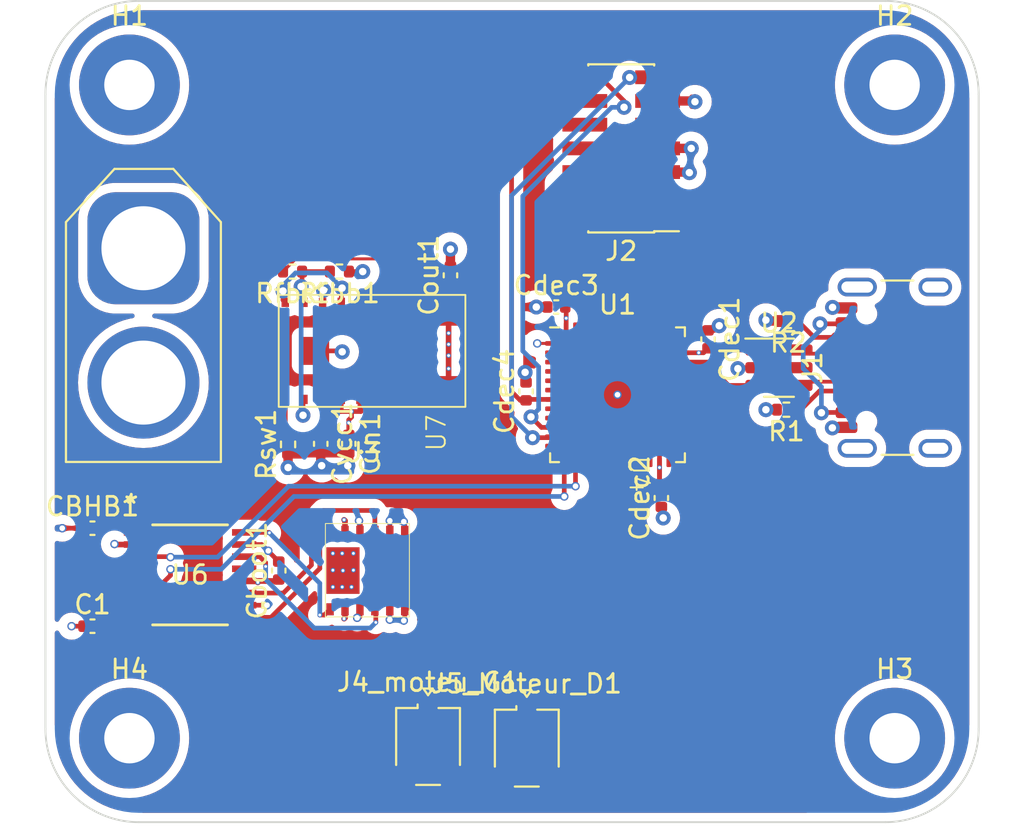
<source format=kicad_pcb>
(kicad_pcb (version 20240108) (generator "pcbnew") (generator_version "8.0")
  (layers (0 "F.Cu" signal) (1 "In1.Cu" signal "In1.Cu - GND") (2 "In2.Cu" signal "In2.Cu - Supply") (31 "B.Cu" signal) (34 "B.Paste" user) (35 "F.Paste" user) (36 "B.SilkS" user "B.Silkscreen") (37 "F.SilkS" user "F.Silkscreen") (38 "B.Mask" user) (39 "F.Mask" user) (44 "Edge.Cuts" user))
  (net 0 "")
  (net 1 "ISO_GND")
  (net 2 "Net-(U6-AHB)")
  (net 3 "Net-(U6-BHB)")
  (net 4 "Vin_15V")
  (net 5 "/Vout_3V3")
  (net 6 "/NRST")
  (net 7 "Net-(J1-SHIELD)")
  (net 8 "Net-(U4-Vcc)")
  (net 9 "/V_USB")
  (net 10 "Net-(J1-CC1)")
  (net 11 "/D+")
  (net 12 "/D-")
  (net 14 "Net-(J1-CC2)")
  (net 18 "/SWDIO")
  (net 19 "/SWDCK")
  (net 23 "/Usart2_Rx")
  (net 24 "/Usart2_Tx")
  (net 25 "Net-(U4-FB)")
  (net 26 "Net-(U4-FSW_1)")
  (net 35 "/APWM")
  (net 36 "/BPWM")
  (net 52 "/USB_DM")
  (net 53 "/USB_DP")
  (net 65 "Net-(U4-EN)")
  (net 70 "/AHO")
  (net 71 "/ALO")
  (net 73 "/BLO")
  (net 74 "/BHO")
  (net 75 "unconnected-(U2-GND-Pad2)")
  (footprint "Capacitor_SMD:C_0402_1005Metric" (layer "F.Cu") (at 92.52 73.25)
    (property "Reference" "CBHB1")
    (property "Value" "0.2u")
  )
  (footprint "MountingHole:MountingHole_2.7mm_M2.5_Pad" (layer "F.Cu") (at 135.5 84.5)
    (property "Reference" "H3")
    (property "Value" "MountingHole_Pad")
  )
  (footprint "Capacitor_SMD:C_0402_1005Metric" (layer "F.Cu") (at 111.7 59.7 90)
    (property "Reference" "Cout1")
    (property "Value" "47u")
  )
  (footprint "Capacitor_SMD:C_0402_1005Metric" (layer "F.Cu") (at 115.75 65.92 90)
    (property "Reference" "Cdec4")
    (property "Value" "100n")
  )
  (footprint "Resistor_SMD:R_0402_1005Metric" (layer "F.Cu") (at 103 68.76 90)
    (property "Reference" "Rsw1")
    (property "Value" "5.6K")
  )
  (footprint "Capacitor_SMD:C_0402_1005Metric" (layer "F.Cu") (at 123 71.63 90)
    (property "Reference" "Cdec2")
    (property "Value" "100n")
  )
  (footprint "Wurth_regulator_171013801:Wurth_171013801" (layer "F.Cu") (at 107.5 63.75 -90)
    (property "Reference" "U4")
    (property "Value" "~")
  )
  (footprint "Connector_JST:JST_ACH_BM01B-ACHSS-A-GAN-ETF_1x01-1MP_P1.20mm_Vertical" (layer "F.Cu") (at 110.5 84.994277)
    (property "Reference" "J4_moteu_G1")
    (property "Value" "Conn_01x01")
  )
  (footprint "MountingHole:MountingHole_2.7mm_M2.5_Pad" (layer "F.Cu") (at 94.5 84.5)
    (property "Reference" "H4")
    (property "Value" "MountingHole_Pad")
  )
  (footprint "Connector_PinHeader_1.27mm:PinHeader_2x07_P1.27mm_Vertical_SMD" (layer "F.Cu") (at 120.85 52.9 180)
    (property "Reference" "J2")
    (property "Value" "Conn_02x07_Odd_Even")
  )
  (footprint "Connector_USB:USB_C_Receptacle_GCT_USB4105-xx-A_16P_TopMnt_Horizontal" (layer "F.Cu") (at 136.6 64.65 90)
    (property "Reference" "J1")
    (property "Value" "USB_C_Receptacle_USB2.0_16P")
  )
  (footprint "Connector_AMASS:AMASS_XT60-F_1x02_P7.20mm_Vertical" (layer "F.Cu") (at 95.25 58.25 -90)
    (property "Reference" "J3")
    (property "Value" "Conn_01x02")
  )
  (footprint "MountingHole:MountingHole_2.7mm_M2.5_Pad" (layer "F.Cu") (at 135.5 49.5)
    (property "Reference" "H2")
    (property "Value" "MountingHole_Pad")
  )
  (footprint "Resistor_SMD:R_0402_1005Metric" (layer "F.Cu") (at 129.8 62.15 180)
    (property "Reference" "R2")
    (property "Value" "5.1K")
  )
  (footprint "Capacitor_SMD:C_0402_1005Metric" (layer "F.Cu") (at 106.25 68.73 -90)
    (property "Reference" "Cin1")
    (property "Value" "10u")
  )
  (footprint "NMOS_FDMQ86530L:NMOS_FDMQ86530L" (layer "F.Cu") (at 107.25 75.5 90)
    (property "Reference" "U7")
    (property "Value" "~")
  )
  (footprint "Resistor_SMD:R_0402_1005Metric" (layer "F.Cu") (at 103.24 59.5 180)
    (property "Reference" "Rfbt1")
    (property "Value" "402K")
  )
  (footprint "Capacitor_SMD:C_0402_1005Metric" (layer "F.Cu") (at 104.75 68.73 -90)
    (property "Reference" "Cvcc1")
    (property "Value" "1u")
  )
  (footprint "Package_TO_SOT_SMD:SOT-23-6" (layer "F.Cu") (at 129.3 64.65)
    (property "Reference" "U2")
    (property "Value" "USBLC6-2SC6")
  )
  (footprint "footprints:TSSOP16_TS_MCH_MIS" (layer "F.Cu") (at 97.75 75.75)
    (property "Reference" "U6")
    (property "Value" "MIC4606-2YTS-TR")
  )
  (footprint "MountingHole:MountingHole_2.7mm_M2.5_Pad" (layer "F.Cu") (at 94.5 49.5)
    (property "Reference" "H1")
    (property "Value" "MountingHole_Pad")
  )
  (footprint "Capacitor_SMD:C_0402_1005Metric" (layer "F.Cu") (at 125.5 63.13 -90)
    (property "Reference" "Cdec1")
    (property "Value" "4u7")
  )
  (footprint "Resistor_SMD:R_0402_1005Metric" (layer "F.Cu") (at 129.7 66.9 180)
    (property "Reference" "R1")
    (property "Value" "5.1K")
  )
  (footprint "Capacitor_SMD:C_0402_1005Metric" (layer "F.Cu") (at 102.5 75.52 90)
    (property "Reference" "Cboot1")
    (property "Value" "2u")
  )
  (footprint "Package_DFN_QFN:QFN-48-1EP_7x7mm_P0.5mm_EP5.6x5.6mm" (layer "F.Cu") (at 120.65 66.1)
    (property "Reference" "U1")
    (property "Value" "STM32G431CBUx")
  )
  (footprint "Resistor_SMD:R_0402_1005Metric" (layer "F.Cu") (at 105.75 59.5 180)
    (property "Reference" "Rfbb1")
    (property "Value" "137K")
  )
  (footprint "Capacitor_SMD:C_0402_1005Metric" (layer "F.Cu") (at 92.52 78.5)
    (property "Reference" "C1")
    (property "Value" "0.2u")
  )
  (footprint "Connector_JST:JST_ACH_BM01B-ACHSS-A-GAN-ETF_1x01-1MP_P1.20mm_Vertical" (layer "F.Cu") (at 115.79 85.08283)
    (property "Reference" "J5_Moteur_D1")
    (property "Value" "Conn_01x01")
  )
  (footprint "Capacitor_SMD:C_0402_1005Metric" (layer "F.Cu") (at 117.37 61.4)
    (property "Reference" "Cdec3")
    (property "Value" "100n")
  )
  (gr_arc (start 140 84) (mid 138.535534 87.535534) (end 135 89) (stroke (width 0.1)) (layer "Edge.Cuts"))
  (gr_line (start 135 45) (end 95 45) (stroke (width 0.1)) (layer "Edge.Cuts"))
  (gr_arc (start 135 45) (mid 138.535534 46.464466) (end 140 50) (stroke (width 0.1)) (layer "Edge.Cuts"))
  (gr_arc (start 90 50) (mid 91.464466 46.464466) (end 95 45) (stroke (width 0.1)) (layer "Edge.Cuts"))
  (gr_arc (start 95 89) (mid 91.464466 87.535534) (end 90 84) (stroke (width 0.1)) (layer "Edge.Cuts"))
  (gr_line (start 90 84) (end 90 50) (stroke (width 0.1)) (layer "Edge.Cuts"))
  (gr_line (start 140 84) (end 140 50) (stroke (width 0.1)) (layer "Edge.Cuts"))
  (gr_line (start 135 89) (end 95 89) (stroke (width 0.1)) (layer "Edge.Cuts"))
  (segment (start 106.26 59.5) (end 107 59.5) (width 0.25) (layer "F.Cu") (net 1))
  (segment (start 103 69.27) (end 103 70) (width 0.25) (layer "F.Cu") (net 1))
  (segment (start 109.2 72.9) (end 109.2 72.8) (width 0.25) (layer "F.Cu") (net 1))
  (segment (start 115.75 64.95) (end 115.7 64.9) (width 0.25) (layer "F.Cu") (net 1))
  (segment (start 101.931142 74.47) (end 101.940679 74.460463) (width 0.25) (layer "F.Cu") (net 1))
  (segment (start 107.774 76.27) (end 106.85 77.194) (width 0.16) (layer "F.Cu") (net 1))
  (segment (start 108.359 74.77) (end 107.774 74.77) (width 0.16) (layer "F.Cu") (net 1))
  (segment (start 110.5 76.3) (end 110.2 76.3) (width 0.25) (layer "F.Cu") (net 1))
  (segment (start 110.17 76.27) (end 108.359 76.27) (width 0.25) (layer "F.Cu") (net 1))
  (segment (start 108.359 76.27) (end 107.774 76.27) (width 0.16) (layer "F.Cu") (net 1))
  (segment (start 111.7 58.3) (end 111.7 59.22) (width 0.3) (layer "F.Cu") (net 1))
  (segment (start 108.4 78.2) (end 108.45 78.15) (width 0.25) (layer "F.Cu") (net 1))
  (segment (start 104.75 69.85) (end 104.8 69.9) (width 0.25) (layer "F.Cu") (net 1))
  (segment (start 100.64895 77.375001) (end 101.875001 77.375001) (width 0.25) (layer "F.Cu") (net 1))
  (segment (start 115.79 79.39) (end 111.17 74.77) (width 0.25) (layer "F.Cu") (net 1))
  (segment (start 124.47 54.17) (end 124.5 54.2) (width 0.25) (layer "F.Cu") (net 1))
  (segment (start 109.25 73.445) (end 109.25 72.95) (width 0.25) (layer "F.Cu") (net 1))
  (segment (start 129.2 62.2) (end 129.25 62.15) (width 0.25) (layer "F.Cu") (net 1))
  (segment (start 106.25 69.21) (end 106.25 69.85) (width 0.25) (layer "F.Cu") (net 1))
  (segment (start 111.17 74.77) (end 108.359 74.77) (width 0.25) (layer "F.Cu") (net 1))
  (segment (start 101.585002 74.125002) (end 101.93 74.47) (width 0.25) (layer "F.Cu") (net 1))
  (segment (start 104.85 60.55) (end 104.9 60.5) (width 0.25) (layer "F.Cu") (net 1))
  (segment (start 120.65 66.1) (end 120.7 66.1) (width 0.25) (layer "F.Cu") (net 1))
  (segment (start 106.85 77.194) (end 106.85 77.595) (width 0.16) (layer "F.Cu") (net 1))
  (segment (start 104.75 69.21) (end 104.75 69.85) (width 0.25) (layer "F.Cu") (net 1))
  (segment (start 92.04 73.25) (end 90.9 73.25) (width 0.25) (layer "F.Cu") (net 1))
  (segment (start 110.2 76.3) (end 110.17 76.27) (width 0.25) (layer "F.Cu") (net 1))
  (segment (start 108.45 77.595) (end 108.45 78.15) (width 0.25) (layer "F.Cu") (net 1))
  (segment (start 106.25 69.85) (end 106.2 69.9) (width 0.25) (layer "F.Cu") (net 1))
  (segment (start 123 72.11) (end 123 72.6) (width 0.25) (layer "F.Cu") (net 1))
  (segment (start 122.8 54.17) (end 124.47 54.17) (width 0.25) (layer "F.Cu") (net 1))
  (segment (start 108.45 73.445) (end 108.45 72.85) (width 0.25) (layer "F.Cu") (net 1))
  (segment (start 109.25 77.595) (end 109.25 78.25) (width 0.25) (layer "F.Cu") (net 1))
  (segment (start 116.89 61.4) (end 116.3 61.4) (width 0.25) (layer "F.Cu") (net 1))
  (segment (start 115.75 65.44) (end 115.75 64.95) (width 0.25) (layer "F.Cu") (net 1))
  (segment (start 106.85 72.9) (end 106.8 72.85) (width 0.3) (layer "F.Cu") (net 1))
  (segment (start 122.8 52.9) (end 124.6 52.9) (width 0.25) (layer "F.Cu") (net 1))
  (segment (start 129.29 62.15) (end 128.65 62.15) (width 0.25) (layer "F.Cu") (net 1))
  (segment (start 106.85 73.445) (end 106.85 72.9) (width 0.3) (layer "F.Cu") (net 1))
  (segment (start 101.93 74.47) (end 102.5 75.04) (width 0.25) (layer "F.Cu") (net 1))
  (segment (start 106.85 78) (end 106.7 78.15) (width 0.25) (layer "F.Cu") (net 1))
  (segment (start 110.5 83.119277) (end 110.5 76.3) (width 0.25) (layer "F.Cu") (net 1))
  (segment (start 106.85 73.846) (end 106.85 73.445) (width 0.16) (layer "F.Cu") (net 1))
  (segment (start 108.4 72.8) (end 108.45 72.85) (width 0.25) (layer "F.Cu") (net 1))
  (segment (start 125.85 62.65) (end 126.1 62.4) (width 0.25) (layer "F.Cu") (net 1))
  (segment (start 129.19 66.9) (end 128.6 66.9) (width 0.25) (layer "F.Cu") (net 1))
  (segment (start 104.45 63.75) (end 105.85 63.75) (width 0.25) (layer "F.Cu") (net 1))
  (segment (start 104.85 61.15) (end 104.85 60.55) (width 0.25) (layer "F.Cu") (net 1))
  (segment (start 101.93 74.47) (end 101.931142 74.47) (width 0.25) (layer "F.Cu") (net 1))
  (segment (start 123 72.6) (end 123.1 72.7) (width 0.25) (layer "F.Cu") (net 1))
  (segment (start 122.8 50.36) (end 124.76 50.36) (width 0.25) (layer "F.Cu") (net 1))
  (segment (start 106.7 78.15) (end 106.7 78.05) (width 0.25) (layer "F.Cu") (net 1))
  (segment (start 109.25 78.25) (end 109.2 78.2) (width 0.25) (layer "F.Cu") (net 1))
  (segment (start 128.65 62.15) (end 128.6 62.1) (width 0.25) (layer "F.Cu") (net 1))
  (segment (start 105.85 63.75) (end 105.9 63.8) (width 0.25) (layer "F.Cu") (net 1))
  (segment (start 101.9 77.4) (end 101.875001 77.375001) (width 0.25) (layer "F.Cu") (net 1))
  (segment (start 100.64895 74.125002) (end 101.585002 74.125002) (width 0.25) (layer "F.Cu") (net 1))
  (segment (start 107.774 74.77) (end 106.85 73.846) (width 0.16) (layer "F.Cu") (net 1))
  (segment (start 115.79 83.20783) (end 115.79 79.39) (width 0.25) (layer "F.Cu") (net 1))
  (segment (start 124.76 50.36) (end 124.8 50.4) (width 0.25) (layer "F.Cu") (net 1))
  (segment (start 92.04 78.5) (end 91.4 78.5) (width 0.25) (layer "F.Cu") (net 1))
  (segment (start 109.25 72.95) (end 109.2 72.9) (width 0.25) (layer "F.Cu") (net 1))
  (segment (start 125.5 62.65) (end 125.85 62.65) (width 0.25) (layer "F.Cu") (net 1))
  (segment (start 91.35 73.25) (end 90.9 73.25) (width 0.25) (layer "F.Cu") (net 1))
  (segment (start 106.85 77.595) (end 106.85 78) (width 0.25) (layer "F.Cu") (net 1))
  (via (at 120.65 66.1) (size 0.45) (drill 0.3) (layers "F.Cu" "B.Cu") (net 1))
  (via (at 116.3 61.4) (size 0.8) (drill 0.4) (layers "F.Cu" "B.Cu") (net 1))
  (via (at 106.7 78.05) (size 0.45) (drill 0.3) (layers "F.Cu" "B.Cu") (net 1))
  (via (at 104.8 69.9) (size 0.8) (drill 0.4) (layers "F.Cu" "B.Cu") (net 1))
  (via (at 109.2 78.2) (size 0.45) (drill 0.3) (layers "F.Cu" "B.Cu") (net 1))
  (via (at 90.9 73.25) (size 0.45) (drill 0.3) (layers "F.Cu" "B.Cu") (net 1))
  (via (at 108.45 72.85) (size 0.45) (drill 0.3) (layers "F.Cu" "B.Cu") (net 1))
  (via (at 105.9 63.8) (size 0.8) (drill 0.4) (layers "F.Cu" "B.Cu") (net 1))
  (via (at 101.875001 77.375001) (size 0.45) (drill 0.3) (layers "F.Cu" "B.Cu") (net 1))
  (via (at 91.4 78.5) (size 0.45) (drill 0.3) (layers "F.Cu" "B.Cu") (net 1))
  (via (at 106.2 69.9) (size 0.8) (drill 0.4) (layers "F.Cu" "B.Cu") (net 1))
  (via (at 115.7 64.9) (size 0.8) (drill 0.4) (layers "F.Cu" "B.Cu") (net 1))
  (via (at 128.6 66.9) (size 0.8) (drill 0.4) (layers "F.Cu" "B.Cu") (net 1))
  (via (at 104.9 60.5) (size 0.8) (drill 0.4) (layers "F.Cu" "B.Cu") (net 1))
  (via (at 111.7 58.3) (size 0.8) (drill 0.4) (layers "F.Cu" "B.Cu") (net 1))
  (via (at 108.45 78.15) (size 0.45) (drill 0.3) (layers "F.Cu" "B.Cu") (net 1))
  (via (at 123.1 72.7) (size 0.8) (drill 0.4) (layers "F.Cu" "B.Cu") (net 1))
  (via (at 109.2 72.9) (size 0.45) (drill 0.3) (layers "F.Cu" "B.Cu") (net 1))
  (via (at 126.1 62.4) (size 0.8) (drill 0.4) (layers "F.Cu" "B.Cu") (net 1))
  (via (at 107 59.5) (size 0.8) (drill 0.4) (layers "F.Cu" "B.Cu") (net 1))
  (via (at 124.8 50.4) (size 0.8) (drill 0.4) (layers "F.Cu" "B.Cu") (net 1))
  (via (at 124.6 52.9) (size 0.8) (drill 0.4) (layers "F.Cu" "B.Cu") (net 1))
  (via (at 124.5 54.2) (size 0.8) (drill 0.4) (layers "F.Cu" "B.Cu") (net 1))
  (via (at 103 70) (size 0.8) (drill 0.4) (layers "F.Cu" "B.Cu") (net 1))
  (via (at 128.6 62.1) (size 0.8) (drill 0.4) (layers "F.Cu" "B.Cu") (net 1))
  (via (at 106.8 72.85) (size 0.45) (drill 0.3) (layers "F.Cu" "B.Cu") (net 1))
  (via (at 101.940679 74.460463) (size 0.45) (drill 0.3) (layers "F.Cu" "B.Cu") (net 1))
  (segment (start 94.376049 78.5) (end 94.85105 78.024999) (width 0.25) (layer "F.Cu") (net 2))
  (segment (start 93 78.5) (end 94.376049 78.5) (width 0.25) (layer "F.Cu") (net 2))
  (segment (start 93 73.25) (end 94.626049 73.25) (width 0.25) (layer "F.Cu") (net 3))
  (segment (start 94.626049 73.25) (end 94.85105 73.475001) (width 0.25) (layer "F.Cu") (net 3))
  (segment (start 106.05 73.445) (end 106.05 72.85) (width 0.3) (layer "F.Cu") (net 4))
  (segment (start 106.05 78.05) (end 106 78.1) (width 0.3) (layer "F.Cu") (net 4))
  (segment (start 106.05 77.595) (end 106.05 78.05) (width 0.3) (layer "F.Cu") (net 4))
  (segment (start 105.94 75.94) (end 106.4 76.4) (width 0.16) (layer "F.Cu") (net 4))
  (segment (start 105.94 75.86) (end 105.4 76.4) (width 0.16) (layer "F.Cu") (net 4))
  (segment (start 105.42 75.52) (end 105.4 75.5) (width 0.16) (layer "F.Cu") (net 4))
  (segment (start 105.94 75.52) (end 105.94 76.36) (width 0.16) (layer "F.Cu") (net 4))
  (segment (start 100.64895 76.075001) (end 101.8 76.075001) (width 0.3) (layer "F.Cu") (net 4))
  (segment (start 105.94 75.52) (end 105.94 74.64) (width 0.16) (layer "F.Cu") (net 4))
  (segment (start 106.9 66.9) (end 106.85 66.85) (width 0.25) (layer "F.Cu") (net 4))
  (segment (start 106.85 66.85) (end 106.85 66.35) (width 0.25) (layer "F.Cu") (net 4))
  (segment (start 106.05 72.85) (end 106 72.8) (width 0.3) (layer "F.Cu") (net 4))
  (segment (start 105.94 75.52) (end 105.94 75.94) (width 0.16) (layer "F.Cu") (net 4))
  (segment (start 101.8 76.075001) (end 101.461659 76.075001) (width 0.3) (layer "F.Cu") (net 4))
  (segment (start 105.85 66.95) (end 105.8 67) (width 0.25) (layer "F.Cu") (net 4))
  (segment (start 102.424999 76.075001) (end 102.5 76) (width 0.3) (layer "F.Cu") (net 4))
  (segment (start 101.461659 76.075001) (end 101.378652 76.158008) (width 0.3) (layer "F.Cu") (net 4))
  (segment (start 105.94 75.52) (end 105.94 75.14) (width 0.16) (layer "F.Cu") (net 4))
  (segment (start 105.94 75.52) (end 105.42 75.52) (width 0.16) (layer "F.Cu") (net 4))
  (segment (start 105.94 75.16) (end 106.5 74.6) (width 0.16) (layer "F.Cu") (net 4))
  (segment (start 105.8 67) (end 106.4 67) (width 0.25) (layer "F.Cu") (net 4))
  (segment (start 101.8 76.075001) (end 102.424999 76.075001) (width 0.3) (layer "F.Cu") (net 4))
  (segment (start 106.4 67) (end 106.9 67) (width 0.25) (layer "F.Cu") (net 4))
  (segment (start 105.94 74.64) (end 105.9 74.6) (width 0.16) (layer "F.Cu") (net 4))
  (segment (start 105.94 75.14) (end 105.4 74.6) (width 0.16) (layer "F.Cu") (net 4))
  (segment (start 106.4 67.3) (end 106.25 67.45) (width 0.25) (layer "F.Cu") (net 4))
  (segment (start 106.9 67) (end 106.9 66.9) (width 0.25) (layer "F.Cu") (net 4))
  (segment (start 105.94 75.52) (end 106.48 75.52) (width 0.16) (layer "F.Cu") (net 4))
  (segment (start 93.724999 74.124999) (end 93.7 74.1) (width 0.3) (layer "F.Cu") (net 4))
  (segment (start 106.4 67) (end 106.4 67.3) (width 0.25) (layer "F.Cu") (net 4))
  (segment (start 94.85105 74.124999) (end 93.724999 74.124999) (width 0.3) (layer "F.Cu") (net 4))
  (segment (start 105.94 76.36) (end 105.9 76.4) (width 0.16) (layer "F.Cu") (net 4))
  (segment (start 106.48 75.52) (end 106.5 75.5) (width 0.16) (layer "F.Cu") (net 4))
  (segment (start 106.25 67.45) (end 106.25 68.25) (width 0.25) (layer "F.Cu") (net 4))
  (segment (start 105.94 75.52) (end 105.94 75.16) (width 0.16) (layer "F.Cu") (net 4))
  (segment (start 105.94 75.52) (end 105.94 75.86) (width 0.16) (layer "F.Cu") (net 4))
  (segment (start 105.85 66.35) (end 105.85 66.95) (width 0.25) (layer "F.Cu") (net 4))
  (via (at 105.9 74.6) (size 0.25) (drill 0.15) (layers "F.Cu" "B.Cu") (net 4))
  (via (at 106.5 74.6) (size 0.25) (drill 0.15) (layers "F.Cu" "B.Cu") (net 4))
  (via (at 105.4 74.6) (size 0.25) (drill 0.15) (layers "F.Cu" "B.Cu") (net 4))
  (via (at 105.4 75.5) (size 0.25) (drill 0.15) (layers "F.Cu" "B.Cu") (net 4))
  (via (at 106 72.8) (size 0.25) (drill 0.15) (layers "F.Cu" "B.Cu") (net 4))
  (via (at 106 78.1) (size 0.25) (drill 0.15) (layers "F.Cu" "B.Cu") (net 4))
  (via (at 101.378652 76.158008) (size 0.25) (drill 0.15) (layers "F.Cu" "B.Cu") (net 4))
  (via (at 106.5 75.5) (size 0.25) (drill 0.15) (layers "F.Cu" "B.Cu") (net 4))
  (via (at 105.4 76.4) (size 0.25) (drill 0.15) (layers "F.Cu" "B.Cu") (net 4))
  (via (at 106.4 67) (size 0.25) (drill 0.15) (layers "F.Cu" "B.Cu") (net 4))
  (via (at 106.4 76.4) (size 0.25) (drill 0.15) (layers "F.Cu" "B.Cu") (net 4))
  (via (at 93.7 74.1) (size 0.45) (drill 0.3) (layers "F.Cu" "B.Cu") (net 4))
  (via (at 105.9 76.4) (size 0.25) (drill 0.15) (layers "F.Cu" "B.Cu") (net 4))
  (via (at 105.94 75.52) (size 0.25) (drill 0.15) (layers "F.Cu" "B.Cu") (net 4))
  (via (at 106.25 67.6) (size 0.25) (drill 0.15) (layers "F.Cu" "B.Cu") (net 4))
  (segment (start 102.73 59.5) (end 103.41 58.82) (width 0.16) (layer "F.Cu") (net 5))
  (segment (start 110.34 58.82) (end 111.7 60.18) (width 0.16) (layer "F.Cu") (net 5))
  (segment (start 122.9 70) (end 122.9 71) (width 0.25) (layer "F.Cu") (net 5))
  (segment (start 111.7 61.55) (end 111.6 61.65) (width 0.16) (layer "F.Cu") (net 5))
  (segment (start 111.6 65.85) (end 111.6 61.65) (width 0.3) (layer "F.Cu") (net 5))
  (segment (start 125.26 63.85) (end 125.5 63.61) (width 0.25) (layer "F.Cu") (net 5))
  (segment (start 122.9 71.05) (end 123 71.15) (width 0.25) (layer "F.Cu") (net 5))
  (segment (start 124.0875 63.85) (end 125.26 63.85) (width 0.25) (layer "F.Cu") (net 5))
  (segment (start 117.9 62.6625) (end 117.9 62) (width 0.25) (layer "F.Cu") (net 5))
  (segment (start 117.9 61.45) (end 117.85 61.4) (width 0.25) (layer "F.Cu") (net 5))
  (segment (start 122.9 69.5375) (end 122.9 70) (width 0.25) (layer "F.Cu") (net 5))
  (segment (start 122.9 70) (end 122.9 71.05) (width 0.25) (layer "F.Cu") (net 5))
  (segment (start 117.2125 63.35) (end 116.35 63.35) (width 0.16) (layer "F.Cu") (net 5))
  (segment (start 103.41 58.82) (end 110.34 58.82) (width 0.16) (layer "F.Cu") (net 5))
  (segment (start 111.7 60.18) (end 111.7 61.55) (width 0.16) (layer "F.Cu") (net 5))
  (segment (start 117.9 62) (end 117.9 61.45) (width 0.25) (layer "F.Cu") (net 5))
  (segment (start 116.35 63.35) (end 116.3 63.4) (width 0.16) (layer "F.Cu") (net 5))
  (via (at 111.6 63.4) (size 0.25) (drill 0.15) (layers "F.Cu" "B.Cu") (net 5))
  (via (at 122.9 70) (size 0.25) (drill 0.15) (layers "F.Cu" "B.Cu") (net 5))
  (via (at 111.6 64) (size 0.25) (drill 0.15) (layers "F.Cu" "B.Cu") (net 5))
  (via (at 111.6 64.7) (size 0.25) (drill 0.15) (layers "F.Cu" "B.Cu") (net 5))
  (via (at 111.6 62.8) (size 0.25) (drill 0.15) (layers "F.Cu" "B.Cu") (net 5))
  (via (at 117.9 62) (size 0.25) (drill 0.15) (layers "F.Cu" "B.Cu") (net 5))
  (via (at 116.35 63.35) (size 0.45) (drill 0.3) (layers "F.Cu" "B.Cu") (net 5))
  (via (at 125 63.85) (size 0.25) (drill 0.15) (layers "F.Cu" "B.Cu") (net 5))
  (segment (start 114.975 53.455) (end 114.975 65.934999) (width 0.25) (layer "F.Cu") (net 6))
  (segment (start 118.07 50.36) (end 114.975 53.455) (width 0.25) (layer "F.Cu") (net 6))
  (segment (start 115.440001 66.4) (end 115.75 66.4) (width 0.25) (layer "F.Cu") (net 6))
  (segment (start 114.975 65.934999) (end 115.440001 66.4) (width 0.25) (layer "F.Cu") (net 6))
  (segment (start 117.2125 66.35) (end 115.8 66.35) (width 0.25) (layer "F.Cu") (net 6))
  (segment (start 118.9 50.36) (end 118.07 50.36) (width 0.25) (layer "F.Cu") (net 6))
  (segment (start 115.8 66.35) (end 115.75 66.4) (width 0.25) (layer "F.Cu") (net 6))
  (segment (start 132.92 67.85) (end 132.186142 67.85) (width 0.25) (layer "F.Cu") (net 7))
  (segment (start 132.202163 61.45) (end 132.1722 61.420037) (width 0.25) (layer "F.Cu") (net 7))
  (segment (start 132.186142 67.85) (end 132.161541 67.874601) (width 0.25) (layer "F.Cu") (net 7))
  (segment (start 132.92 61.45) (end 132.202163 61.45) (width 0.25) (layer "F.Cu") (net 7))
  (via (at 132.1722 61.420037) (size 0.8) (drill 0.4) (layers "F.Cu" "B.Cu") (net 7))
  (via (at 132.161541 67.874601) (size 0.8) (drill 0.4) (layers "F.Cu" "B.Cu") (net 7))
  (segment (start 104.85 66.35) (end 104.85 68.15) (width 0.25) (layer "F.Cu") (net 8))
  (segment (start 104.85 68.15) (end 104.75 68.25) (width 0.25) (layer "F.Cu") (net 8))
  (segment (start 131.589569 67.05) (end 131.574603 67.064966) (width 0.25) (layer "F.Cu") (net 9))
  (segment (start 132.87 62.3) (end 132.92 62.25) (width 0.25) (layer "F.Cu") (net 9))
  (segment (start 132.92 67.05) (end 131.589569 67.05) (width 0.25) (layer "F.Cu") (net 9))
  (segment (start 131.5 62.3) (end 132.87 62.3) (width 0.25) (layer "F.Cu") (net 9))
  (via (at 131.5 62.3) (size 0.8) (drill 0.4) (layers "F.Cu" "B.Cu") (net 9))
  (via (at 131.574603 67.064966) (size 0.8) (drill 0.4) (layers "F.Cu" "B.Cu") (net 9))
  (segment (start 130.6 64.7) (end 130.6 63.554859) (width 0.25) (layer "B.Cu") (net 9))
  (segment (start 131.5 62.654859) (end 131.5 62.3) (width 0.25) (layer "B.Cu") (net 9))
  (segment (start 131.574603 67.064966) (end 131.574603 65.674603) (width 0.25) (layer "B.Cu") (net 9))
  (segment (start 131.574603 65.674603) (end 130.6 64.7) (width 0.25) (layer "B.Cu") (net 9))
  (segment (start 130.6 63.554859) (end 131.5 62.654859) (width 0.25) (layer "B.Cu") (net 9))
  (segment (start 132.92 65.9) (end 131.475908 65.9) (width 0.25) (layer "F.Cu") (net 10))
  (segment (start 130.475908 66.9) (end 130.21 66.9) (width 0.25) (layer "F.Cu") (net 10))
  (segment (start 131.475908 65.9) (end 130.475908 66.9) (width 0.25) (layer "F.Cu") (net 10))
  (segment (start 132.3 63.9) (end 132.92 63.9) (width 0.2) (layer "F.Cu") (net 11))
  (segment (start 132.92 63.9) (end 130.9375 63.9) (width 0.2) (layer "F.Cu") (net 11))
  (segment (start 132 64.58741) (end 132 64.2) (width 0.2) (layer "F.Cu") (net 11))
  (segment (start 132.92 64.9) (end 132.31259 64.9) (width 0.2) (layer "F.Cu") (net 11))
  (segment (start 132.31259 64.9) (end 132 64.58741) (width 0.2) (layer "F.Cu") (net 11))
  (segment (start 132 64.2) (end 132.3 63.9) (width 0.2) (layer "F.Cu") (net 11))
  (segment (start 130.9375 63.9) (end 130.7375 63.7) (width 0.2) (layer "F.Cu") (net 11))
  (segment (start 133.52741 65.4) (end 132.92 65.4) (width 0.2) (layer "F.Cu") (net 12))
  (segment (start 132.92 65.4) (end 130.9375 65.4) (width 0.2) (layer "F.Cu") (net 12))
  (segment (start 133.795 64.66759) (end 133.795 65.13241) (width 0.2) (layer "F.Cu") (net 12))
  (segment (start 133.52741 64.4) (end 133.795 64.66759) (width 0.2) (layer "F.Cu") (net 12))
  (segment (start 133.795 65.13241) (end 133.52741 65.4) (width 0.2) (layer "F.Cu") (net 12))
  (segment (start 130.9375 65.4) (end 130.7375 65.6) (width 0.2) (layer "F.Cu") (net 12))
  (segment (start 132.92 64.4) (end 133.52741 64.4) (width 0.2) (layer "F.Cu") (net 12))
  (segment (start 130.31 62.15) (end 131.185 63.025) (width 0.25) (layer "F.Cu") (net 14))
  (segment (start 131.185 63.025) (end 132.152236 63.025) (width 0.25) (layer "F.Cu") (net 14))
  (segment (start 132.277236 62.9) (end 132.92 62.9) (width 0.25) (layer "F.Cu") (net 14))
  (segment (start 132.152236 63.025) (end 132.277236 62.9) (width 0.25) (layer "F.Cu") (net 14))
  (segment (start 124.0875 63.35) (end 124.0875 61.0675) (width 0.25) (layer "F.Cu") (net 18))
  (segment (start 120.425 56.015) (end 119.85 55.44) (width 0.25) (layer "F.Cu") (net 18))
  (segment (start 120.425 57.405) (end 120.425 56.015) (width 0.25) (layer "F.Cu") (net 18))
  (segment (start 124.0875 61.0675) (end 120.425 57.405) (width 0.25) (layer "F.Cu") (net 18))
  (segment (start 119.85 55.44) (end 118.9 55.44) (width 0.25) (layer "F.Cu") (net 18))
  (segment (start 117.375 57.405) (end 117.375 54.745) (width 0.25) (layer "F.Cu") (net 19))
  (segment (start 120.986396 61.016396) (end 117.375 57.405) (width 0.25) (layer "F.Cu") (net 19))
  (segment (start 117.375 54.745) (end 117.95 54.17) (width 0.25) (layer "F.Cu") (net 19))
  (segment (start 123.4 61.016396) (end 120.986396 61.016396) (width 0.25) (layer "F.Cu") (net 19))
  (segment (start 123.4 62.6625) (end 123.4 61.016396) (width 0.25) (layer "F.Cu") (net 19))
  (segment (start 117.95 54.17) (end 118.9 54.17) (width 0.25) (layer "F.Cu") (net 19))
  (segment (start 117.1625 68.4) (end 117.2125 68.35) (width 0.25) (layer "F.Cu") (net 23))
  (segment (start 122.8 49.09) (end 121.31 49.09) (width 0.25) (layer "F.Cu") (net 23))
  (segment (start 116.1 68.4) (end 117.1625 68.4) (width 0.25) (layer "F.Cu") (net 23))
  (segment (start 121.31 49.09) (end 121.3 49.1) (width 0.25) (layer "F.Cu") (net 23))
  (via (at 121.3 49.1) (size 0.8) (drill 0.4) (layers "F.Cu" "B.Cu") (net 23))
  (via (at 116.1 68.4) (size 0.8) (drill 0.4) (layers "F.Cu" "B.Cu") (net 23))
  (segment (start 121.3 49.1) (end 114.975 55.425) (width 0.25) (layer "B.Cu") (net 23))
  (segment (start 114.975 67.275) (end 116.1 68.4) (width 0.25) (layer "B.Cu") (net 23))
  (segment (start 114.975 55.425) (end 114.975 67.275) (width 0.25) (layer "B.Cu") (net 23))
  (segment (start 118.9 49.09) (end 118.07 49.09) (width 0.25) (layer "F.Cu") (net 24))
  (segment (start 119.73 49.09) (end 121 50.36) (width 0.25) (layer "F.Cu") (net 24))
  (segment (start 116.012653 67.287347) (end 116.575306 67.85) (width 0.25) (layer "F.Cu") (net 24))
  (segment (start 116.575306 67.85) (end 117.2125 67.85) (width 0.25) (layer "F.Cu") (net 24))
  (segment (start 118.9 49.09) (end 119.73 49.09) (width 0.25) (layer "F.Cu") (net 24))
  (segment (start 121 50.36) (end 121 50.7) (width 0.25) (layer "F.Cu") (net 24))
  (via (at 116.012653 67.287347) (size 0.8) (drill 0.4) (layers "F.Cu" "B.Cu") (net 24))
  (via (at 121 50.7) (size 0.8) (drill 0.4) (layers "F.Cu" "B.Cu") (net 24))
  (segment (start 116.425 64.599695) (end 116.425 66.875) (width 0.25) (layer "B.Cu") (net 24))
  (segment (start 121 50.7) (end 120.336396 50.7) (width 0.25) (layer "B.Cu") (net 24))
  (segment (start 115.618198 55.418198) (end 115.575 55.461396) (width 0.25) (layer "B.Cu") (net 24))
  (segment (start 120.336396 50.7) (end 115.618198 55.418198) (width 0.25) (layer "B.Cu") (net 24))
  (segment (start 116.425 66.875) (end 116.012653 67.287347) (width 0.25) (layer "B.Cu") (net 24))
  (segment (start 115.575 55.461396) (end 115.575 63.749695) (width 0.25) (layer "B.Cu") (net 24))
  (segment (start 115.575 63.749695) (end 116.425 64.599695) (width 0.25) (layer "B.Cu") (net 24))
  (segment (start 103.75 60.25) (end 103.7 60.3) (width 0.25) (layer "F.Cu") (net 25))
  (segment (start 103.8 66.4) (end 103.85 66.35) (width 0.25) (layer "F.Cu") (net 25))
  (segment (start 103.75 59.5) (end 103.75 60.25) (width 0.25) (layer "F.Cu") (net 25))
  (segment (start 105.24 59.5) (end 103.75 59.5) (width 0.25) (layer "F.Cu") (net 25))
  (segment (start 103.8 67.2) (end 103.8 66.4) (width 0.25) (layer "F.Cu") (net 25))
  (via (at 103.8 67.2) (size 0.8) (drill 0.4) (layers "F.Cu" "B.Cu") (net 25))
  (via (at 103.7 60.3) (size 0.8) (drill 0.4) (layers "F.Cu" "B.Cu") (net 25))
  (segment (start 103.7 60.3) (end 103.7 67.1) (width 0.25) (layer "B.Cu") (net 25))
  (segment (start 103.7 67.1) (end 103.8 67.2) (width 0.25) (layer "B.Cu") (net 25))
  (segment (start 102.85 68.1) (end 103 68.25) (width 0.25) (layer "F.Cu") (net 26))
  (segment (start 102.85 66.35) (end 102.85 68.1) (width 0.25) (layer "F.Cu") (net 26))
  (segment (start 117.796488 69.641012) (end 117.9 69.5375) (width 0.25) (layer "F.Cu") (net 35))
  (segment (start 117.796488 71.55) (end 117.796488 69.641012) (width 0.25) (layer "F.Cu") (net 35))
  (segment (start 95.752099 76.724999) (end 96.7 75.777098) (width 0.25) (layer "F.Cu") (net 35))
  (segment (start 94.85105 76.724999) (end 95.752099 76.724999) (width 0.25) (layer "F.Cu") (net 35))
  (segment (start 96.7 75.777098) (end 96.7 75.450003) (width 0.25) (layer "F.Cu") (net 35))
  (via (at 96.7 75.450003) (size 0.45) (drill 0.3) (layers "F.Cu" "B.Cu") (net 35))
  (via (at 117.796488 71.55) (size 0.45) (drill 0.3) (layers "F.Cu" "B.Cu") (net 35))
  (segment (start 99.413601 75.450003) (end 103.313604 71.55) (width 0.25) (layer "B.Cu") (net 35))
  (segment (start 103.313604 71.55) (end 117.796488 71.55) (width 0.25) (layer "B.Cu") (net 35))
  (segment (start 96.7 75.450003) (end 99.413601 75.450003) (width 0.25) (layer "B.Cu") (net 35))
  (segment (start 94.85105 74.775001) (end 96.675001 74.775001) (width 0.25) (layer "F.Cu") (net 36))
  (segment (start 118.4 71) (end 118.4 69.5375) (width 0.25) (layer "F.Cu") (net 36))
  (segment (start 96.675001 74.775001) (end 96.7 74.8) (width 0.25) (layer "F.Cu") (net 36))
  (via (at 96.7 74.8) (size 0.45) (drill 0.3) (layers "F.Cu" "B.Cu") (net 36))
  (via (at 118.4 71) (size 0.45) (drill 0.3) (layers "F.Cu" "B.Cu") (net 36))
  (segment (start 99.225305 74.8) (end 103.025305 71) (width 0.25) (layer "B.Cu") (net 36))
  (segment (start 103.025305 71) (end 118.4 71) (width 0.25) (layer "B.Cu") (net 36))
  (segment (start 96.7 74.8) (end 99.225305 74.8) (width 0.25) (layer "B.Cu") (net 36))
  (segment (start 125.85 64.85) (end 124.0875 64.85) (width 0.25) (layer "F.Cu") (net 52))
  (segment (start 128.1625 65.6) (end 126.6 65.6) (width 0.25) (layer "F.Cu") (net 52))
  (segment (start 126.6 65.6) (end 125.85 64.85) (width 0.25) (layer "F.Cu") (net 52))
  (segment (start 128.1625 63.7) (end 126.38149 63.7) (width 0.25) (layer "F.Cu") (net 53))
  (segment (start 126.38149 63.7) (end 125.73149 64.35) (width 0.25) (layer "F.Cu") (net 53))
  (segment (start 125.73149 64.35) (end 124.0875 64.35) (width 0.25) (layer "F.Cu") (net 53))
  (segment (start 102.729855 60.542537) (end 102.729855 61.029855) (width 0.25) (layer "F.Cu") (net 65))
  (segment (start 105.85 61.15) (end 105.85 60.428201) (width 0.25) (layer "F.Cu") (net 65))
  (segment (start 105.85 60.428201) (end 105.893349 60.384852) (width 0.25) (layer "F.Cu") (net 65))
  (segment (start 102.729855 61.029855) (end 102.85 61.15) (width 0.25) (layer "F.Cu") (net 65))
  (via (at 105.893349 60.384852) (size 0.8) (drill 0.4) (layers "F.Cu" "B.Cu") (net 65))
  (via (at 102.729855 60.542537) (size 0.8) (drill 0.4) (layers "F.Cu" "B.Cu") (net 65))
  (segment (start 105.083497 59.575) (end 103.399695 59.575) (width 0.25) (layer "B.Cu") (net 65))
  (segment (start 103.399695 59.575) (end 102.729855 60.24484) (width 0.25) (layer "B.Cu") (net 65))
  (segment (start 105.893349 60.384852) (end 105.083497 59.575) (width 0.25) (layer "B.Cu") (net 65))
  (segment (start 102.729855 60.24484) (end 102.729855 60.542537) (width 0.25) (layer "B.Cu") (net 65))
  (segment (start 100.64895 78.024999) (end 102.082887 78.024999) (width 0.25) (layer "F.Cu") (net 70))
  (segment (start 104.7 73.995) (end 105.25 73.445) (width 0.25) (layer "F.Cu") (net 70))
  (segment (start 102.082887 78.024999) (end 104.7 75.407886) (width 0.25) (layer "F.Cu") (net 70))
  (segment (start 104.7 75.407886) (end 104.7 73.995) (width 0.25) (layer "F.Cu") (net 70))
  (segment (start 104.725 73.333604) (end 104.725 72.475) (width 0.25) (layer "F.Cu") (net 71))
  (segment (start 107.6 72.3) (end 107.65 72.35) (width 0.25) (layer "F.Cu") (net 71))
  (segment (start 107.65 72.35) (end 107.65 73.445) (width 0.25) (layer "F.Cu") (net 71))
  (segment (start 104.25 73.808604) (end 104.725 73.333604) (width 0.25) (layer "F.Cu") (net 71))
  (segment (start 104.725 72.475) (end 104.9 72.3) (width 0.25) (layer "F.Cu") (net 71))
  (segment (start 102.746491 76.724999) (end 104.25 75.22149) (width 0.25) (layer "F.Cu") (net 71))
  (segment (start 104.9 72.3) (end 107.6 72.3) (width 0.25) (layer "F.Cu") (net 71))
  (segment (start 100.64895 76.724999) (end 102.746491 76.724999) (width 0.25) (layer "F.Cu") (net 71))
  (segment (start 104.25 75.22149) (end 104.25 73.808604) (width 0.25) (layer "F.Cu") (net 71))
  (segment (start 107.7 78.3) (end 107.7 77.645) (width 0.25) (layer "F.Cu") (net 73))
  (segment (start 100.64895 74.775001) (end 101.477398 74.775001) (width 0.25) (layer "F.Cu") (net 73))
  (segment (start 101.8 75.097603) (end 101.8 75.3) (width 0.25) (layer "F.Cu") (net 73))
  (segment (start 107.7 77.645) (end 107.65 77.595) (width 0.25) (layer "F.Cu") (net 73))
  (segment (start 101.477398 74.775001) (end 101.8 75.097603) (width 0.25) (layer "F.Cu") (net 73))
  (via (at 101.8 75.3) (size 0.25) (drill 0.15) (layers "F.Cu" "B.Cu") (net 73))
  (via (at 107.7 78.3) (size 0.25) (drill 0.15) (layers "F.Cu" "B.Cu") (net 73))
  (segment (start 101.8 75.3) (end 101.8 76) (width 0.25) (layer "B.Cu") (net 73))
  (segment (start 104.4 78.6) (end 107.4 78.6) (width 0.25) (layer "B.Cu") (net 73))
  (segment (start 101.8 76) (end 104.4 78.6) (width 0.25) (layer "B.Cu") (net 73))
  (segment (start 107.4 78.6) (end 107.7 78.3) (width 0.25) (layer "B.Cu") (net 73))
  (segment (start 100.64895 73.475001) (end 101.975001 73.475001) (width 0.25) (layer "F.Cu") (net 74))
  (segment (start 104.7 77.9) (end 104.945 77.9) (width 0.25) (layer "F.Cu") (net 74))
  (segment (start 104.945 77.9) (end 105.25 77.595) (width 0.25) (layer "F.Cu") (net 74))
  (segment (start 101.975001 73.475001) (end 102 73.5) (width 0.25) (layer "F.Cu") (net 74))
  (via (at 104.7 77.9) (size 0.25) (drill 0.15) (layers "F.Cu" "B.Cu") (net 74))
  (via (at 102 73.5) (size 0.25) (drill 0.15) (layers "F.Cu" "B.Cu") (net 74))
  (segment (start 102 73.5) (end 104.7 76.2) (width 0.25) (layer "B.Cu") (net 74))
  (segment (start 104.7 76.2) (end 104.7 77.9) (width 0.25) (layer "B.Cu") (net 74))
  (segment (start 128.1625 64.65) (end 127.15 64.65) (width 0.25) (layer "F.Cu") (net 75))
  (segment (start 127.15 64.65) (end 127.1 64.7) (width 0.25) (layer "F.Cu") (net 75))
  (via (at 127.1 64.7) (size 0.8) (drill 0.4) (layers "F.Cu" "B.Cu") (net 75))
  (zone (net 1) (net_name "ISO_GND") (layers "F.Cu" "In1.Cu" "B.Cu") (name "GND") (priority 2) (connect_pads (clearance 0.5)) (min_thickness 0.25) (fill yes (thermal_gap 0.5) (thermal_bridge_width 0.5))
    (polygon (pts (xy 90 45) (xy 140 45) (xy 140 89) (xy 90 89)))
  )
  (zone (net 0) (net_name "") (layers "F&B.Cu") (name "GND") (priority 3) (connect_pads (clearance 0.5)) (min_thickness 0.25) (fill yes (thermal_gap 0.5) (thermal_bridge_width 0.5) (island_removal_mode 1) (island_area_min 10))
    (polygon (pts (xy 90 45) (xy 90 89) (xy 140 89) (xy 140 45)))
  )
)
</source>
